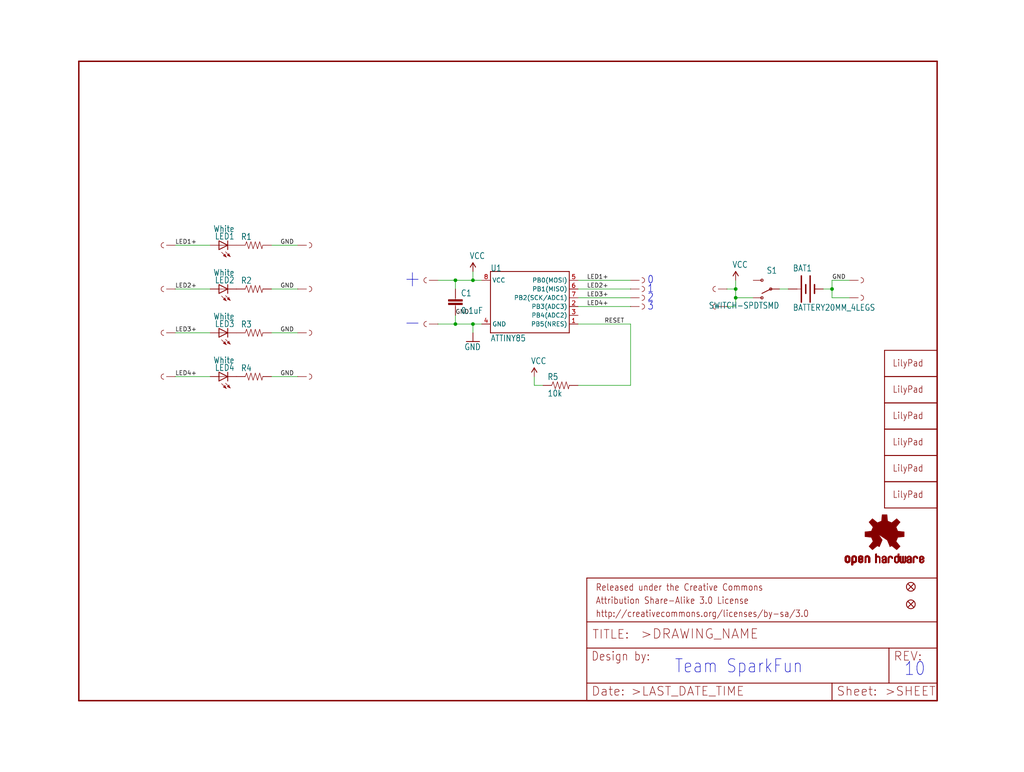
<source format=kicad_sch>
(kicad_sch (version 20211123) (generator eeschema)
  (paper "User" 297.002 223.926)
  (lib_symbols
    (symbol "eagleSchem-eagle-import:.1UF-CER"
      (property "Reference" "C" (at 1.524 2.921 0))
      (property "Value" ".1UF-CER" (at 1.524 -2.159 0))
      (symbol ".1UF-CER_1_0"
        (pin passive line (at 0 5.08 270) (length 2.54) (name "1") (number "1"))
        (pin passive line (at 0 -2.54 90) (length 2.54) (name "2") (number "2"))
      )
    )
    (symbol "eagleSchem-eagle-import:10K-1%RES-00824"
      (property "Reference" "R" (at -3.81 1.4986 0))
      (property "Value" "10K-1%RES-00824" (at -3.81 -3.302 0))
      (symbol "10K-1%RES-00824_1_0"
        (pin passive line (at -5.08 0 0) (length 2.54) (name "1") (number "1"))
        (pin passive line (at 5.08 0 180) (length 2.54) (name "2") (number "2"))
      )
    )
    (symbol "eagleSchem-eagle-import:ATTINY45TINY85-20-SMT"
      (property "Reference" "U" (at -12.7 10.16 0))
      (property "Value" "ATTINY45TINY85-20-SMT" (at -12.7 -10.16 0))
      (symbol "ATTINY45TINY85-20-SMT_1_0"
        (pin bidirectional line (at 12.7 -5.08 180) (length 2.54) (name "PB5(NRES)") (number "1"))
        (pin bidirectional line (at 12.7 0 180) (length 2.54) (name "PB3(ADC3)") (number "2"))
        (pin bidirectional line (at 12.7 -2.54 180) (length 2.54) (name "PB4(ADC2)") (number "3"))
        (pin bidirectional line (at -15.24 -5.08 0) (length 2.54) (name "GND") (number "4"))
        (pin bidirectional line (at 12.7 7.62 180) (length 2.54) (name "PB0(MOSI)") (number "5"))
        (pin bidirectional line (at 12.7 5.08 180) (length 2.54) (name "PB1(MISO)") (number "6"))
        (pin bidirectional line (at 12.7 2.54 180) (length 2.54) (name "PB2(SCK/ADC1)") (number "7"))
        (pin bidirectional line (at -15.24 7.62 0) (length 2.54) (name "VCC") (number "8"))
      )
    )
    (symbol "eagleSchem-eagle-import:BATTERY20MM_4LEGS"
      (property "Reference" "BAT" (at -3.81 5.08 0))
      (property "Value" "BATTERY20MM_4LEGS" (at -3.81 -6.35 0))
      (symbol "BATTERY20MM_4LEGS_1_0"
        (pin power_in line (at -5.08 0 0) (length 2.54) (name "+") (number "1"))
        (pin power_in line (at 5.08 0 180) (length 2.54) (name "-") (number "2"))
      )
    )
    (symbol "eagleSchem-eagle-import:FIDUCIALUFIDUCIAL")
    (symbol "eagleSchem-eagle-import:FRAME-LETTER"
      (symbol "FRAME-LETTER_2_0"
        (text ">DRAWING_NAME" (at 15.494 17.78 0) (effects (font (size 2.7432 2.7432)) (justify left bottom)))
        (text ">LAST_DATE_TIME" (at 12.7 1.27 0) (effects (font (size 2.54 2.54)) (justify left bottom)))
        (text ">SHEET" (at 86.36 1.27 0) (effects (font (size 2.54 2.54)) (justify left bottom)))
        (text "Attribution Share-Alike 3.0 License" (at 2.54 27.94 0) (effects (font (size 1.9304 1.6408)) (justify left bottom)))
        (text "Date:" (at 1.27 1.27 0) (effects (font (size 2.54 2.54)) (justify left bottom)))
        (text "Design by:" (at 1.27 11.43 0) (effects (font (size 2.54 2.159)) (justify left bottom)))
        (text "http://creativecommons.org/licenses/by-sa/3.0" (at 2.54 24.13 0) (effects (font (size 1.9304 1.6408)) (justify left bottom)))
        (text "Released under the Creative Commons" (at 2.54 31.75 0) (effects (font (size 1.9304 1.6408)) (justify left bottom)))
        (text "REV:" (at 88.9 11.43 0) (effects (font (size 2.54 2.54)) (justify left bottom)))
        (text "Sheet:" (at 72.39 1.27 0) (effects (font (size 2.54 2.54)) (justify left bottom)))
        (text "TITLE:" (at 1.524 17.78 0) (effects (font (size 2.54 2.54)) (justify left bottom)))
      )
    )
    (symbol "eagleSchem-eagle-import:GND" (power)
      (property "Value" "GND" (at -2.54 -2.54 0))
      (symbol "GND_1_0"
        (pin power_in line (at 0 2.54 270) (length 2.54) (name "GND") (number "1"))
      )
    )
    (symbol "eagleSchem-eagle-import:LED-WHITE"
      (property "Reference" "D" (at 3.556 -4.572 90))
      (property "Value" "LED-WHITE" (at 5.715 -4.572 90))
      (symbol "LED-WHITE_1_0"
        (pin passive line (at 0 2.54 270) (length 2.54) (name "A") (number "A"))
        (pin passive line (at 0 -5.08 90) (length 2.54) (name "C") (number "C"))
      )
    )
    (symbol "eagleSchem-eagle-import:LOGO-LPL"
      (symbol "LOGO-LPL_1_0"
        (text "LilyPad" (at -0.254 0.254 0) (effects (font (size 1.9304 1.6408)) (justify left bottom)))
      )
    )
    (symbol "eagleSchem-eagle-import:LOGO-LPLP"
      (symbol "LOGO-LPLP_1_0"
        (text "LilyPad" (at -0.254 0.254 0) (effects (font (size 1.9304 1.6408)) (justify left bottom)))
      )
    )
    (symbol "eagleSchem-eagle-import:OSHW-LOGOS")
    (symbol "eagleSchem-eagle-import:RESISTOR0603-RES"
      (property "Reference" "R" (at -3.81 1.4986 0))
      (property "Value" "RESISTOR0603-RES" (at -3.81 -3.302 0))
      (symbol "RESISTOR0603-RES_1_0"
        (pin passive line (at -5.08 0 0) (length 2.54) (name "1") (number "1"))
        (pin passive line (at 5.08 0 180) (length 2.54) (name "2") (number "2"))
      )
    )
    (symbol "eagleSchem-eagle-import:SEWTAP2SIDE"
      (symbol "SEWTAP2SIDE_1_0"
        (pin bidirectional line (at -2.54 0 180) (length 0) (name "1") (number "1"))
      )
    )
    (symbol "eagleSchem-eagle-import:SEWTAP4"
      (symbol "SEWTAP4_1_0"
        (pin bidirectional line (at -2.54 0 180) (length 0) (name "1") (number "1"))
      )
    )
    (symbol "eagleSchem-eagle-import:SEWTAP6"
      (symbol "SEWTAP6_1_0"
        (pin bidirectional line (at -2.54 0 180) (length 0) (name "1") (number "1"))
      )
    )
    (symbol "eagleSchem-eagle-import:SWITCH-SPDTSMD"
      (property "Reference" "S" (at -1.905 -6.35 0))
      (property "Value" "SWITCH-SPDTSMD" (at -2.54 3.81 0))
      (symbol "SWITCH-SPDTSMD_1_0"
        (pin passive line (at 5.08 2.54 180) (length 2.54) (name "O") (number "1"))
        (pin passive line (at -2.54 0 0) (length 2.54) (name "P") (number "2"))
        (pin passive line (at 5.08 -2.54 180) (length 2.54) (name "S") (number "3"))
      )
    )
    (symbol "eagleSchem-eagle-import:VCC" (power)
      (property "Value" "VCC" (at -1.016 3.556 0))
      (symbol "VCC_1_0"
        (pin power_in line (at 0 0 90) (length 2.54) (name "VCC") (number "1"))
      )
    )
  )
  (junction (at 213.36 83.82))
  (junction (at 137.16 81.28))
  (junction (at 241.3 83.82))
  (junction (at 132.08 93.98))
  (junction (at 213.36 86.36))
  (junction (at 132.08 81.28))
  (junction (at 137.16 93.98))
  (wire (pts (xy 127 81.28) (xy 132.08 81.28)))
  (wire (pts (xy 50.8 96.52) (xy 60.96 96.52)))
  (wire (pts (xy 139.7 81.28) (xy 137.16 81.28)))
  (wire (pts (xy 182.88 93.98) (xy 167.64 93.98)))
  (wire (pts (xy 167.64 83.82) (xy 182.88 83.82)))
  (wire (pts (xy 213.36 81.28) (xy 213.36 83.82)))
  (wire (pts (xy 154.94 111.76) (xy 157.48 111.76)))
  (wire (pts (xy 226.06 83.82) (xy 228.6 83.82)))
  (wire (pts (xy 132.08 81.28) (xy 137.16 81.28)))
  (wire (pts (xy 50.8 71.12) (xy 60.96 71.12)))
  (wire (pts (xy 78.74 109.22) (xy 86.36 109.22)))
  (wire (pts (xy 210.82 83.82) (xy 213.36 83.82)))
  (wire (pts (xy 241.3 81.28) (xy 241.3 83.82)))
  (wire (pts (xy 218.44 86.36) (xy 213.36 86.36)))
  (wire (pts (xy 137.16 81.28) (xy 137.16 78.74)))
  (wire (pts (xy 246.38 86.36) (xy 241.3 86.36)))
  (wire (pts (xy 167.64 86.36) (xy 182.88 86.36)))
  (wire (pts (xy 50.8 109.22) (xy 60.96 109.22)))
  (wire (pts (xy 127 93.98) (xy 132.08 93.98)))
  (wire (pts (xy 78.74 83.82) (xy 86.36 83.82)))
  (wire (pts (xy 132.08 91.44) (xy 132.08 93.98)))
  (wire (pts (xy 137.16 93.98) (xy 139.7 93.98)))
  (wire (pts (xy 182.88 111.76) (xy 182.88 93.98)))
  (wire (pts (xy 132.08 81.28) (xy 132.08 83.82)))
  (wire (pts (xy 246.38 81.28) (xy 241.3 81.28)))
  (wire (pts (xy 132.08 93.98) (xy 137.16 93.98)))
  (wire (pts (xy 78.74 96.52) (xy 86.36 96.52)))
  (wire (pts (xy 167.64 111.76) (xy 182.88 111.76)))
  (wire (pts (xy 50.8 83.82) (xy 60.96 83.82)))
  (wire (pts (xy 213.36 88.9) (xy 213.36 86.36)))
  (wire (pts (xy 241.3 86.36) (xy 241.3 83.82)))
  (wire (pts (xy 213.36 86.36) (xy 213.36 83.82)))
  (wire (pts (xy 78.74 71.12) (xy 86.36 71.12)))
  (wire (pts (xy 210.82 88.9) (xy 213.36 88.9)))
  (wire (pts (xy 167.64 88.9) (xy 182.88 88.9)))
  (wire (pts (xy 167.64 81.28) (xy 182.88 81.28)))
  (wire (pts (xy 137.16 96.52) (xy 137.16 93.98)))
  (wire (pts (xy 154.94 109.22) (xy 154.94 111.76)))
  (wire (pts (xy 241.3 83.82) (xy 238.76 83.82)))
  (text "Team SparkFun" (at 195.58 195.58 180) (effects (font (size 3.81 3.2385)) (justify left bottom)))
  (text "10" (at 262.128 196.342 180) (effects (font (size 3.81 3.2385)) (justify left bottom)))
  (text "+" (at 116.84 83.82 180) (effects (font (size 5.08 4.318)) (justify left bottom)))
  (text "0" (at 187.706 82.55 180) (effects (font (size 2.1844 1.8567)) (justify left bottom)))
  (text "-" (at 116.84 96.52 180) (effects (font (size 5.08 4.318)) (justify left bottom)))
  (text "2" (at 187.706 87.63 180) (effects (font (size 2.1844 1.8567)) (justify left bottom)))
  (text "3" (at 187.706 90.17 180) (effects (font (size 2.1844 1.8567)) (justify left bottom)))
  (text "1" (at 187.706 85.09 180) (effects (font (size 2.1844 1.8567)) (justify left bottom)))
  (label "LED2+" (at 170.18 83.82 0) (effects (font (size 1.2446 1.2446))))
  (label "LED1+" (at 50.8 71.12 0) (effects (font (size 1.2446 1.2446))))
  (label "LED1+" (at 170.18 81.28 0) (effects (font (size 1.2446 1.2446))))
  (label "LED2+" (at 50.8 83.82 0) (effects (font (size 1.2446 1.2446))))
  (label "GND" (at 81.28 71.12 0) (effects (font (size 1.2446 1.2446))))
  (label "LED3+" (at 170.18 86.36 0) (effects (font (size 1.2446 1.2446))))
  (label "GND" (at 81.28 96.52 0) (effects (font (size 1.2446 1.2446))))
  (label "GND" (at 81.28 83.82 0) (effects (font (size 1.2446 1.2446))))
  (label "LED3+" (at 50.8 96.52 0) (effects (font (size 1.2446 1.2446))))
  (label "GND" (at 132.08 91.44 0) (effects (font (size 1.2446 1.2446))))
  (label "RESET" (at 175.26 93.98 0) (effects (font (size 1.2446 1.2446))))
  (label "LED4+" (at 50.8 109.22 0) (effects (font (size 1.2446 1.2446))))
  (label "GND" (at 81.28 109.22 0) (effects (font (size 1.2446 1.2446))))
  (label "GND" (at 241.3 81.28 0) (effects (font (size 1.2446 1.2446))))
  (label "LED4+" (at 170.18 88.9 0) (effects (font (size 1.2446 1.2446))))
  (symbol (lib_id "eagleSchem-eagle-import:SEWTAP6") (at 248.92 86.36 0) (unit 1)
    (property "Reference" "B2-0" (effects hide))
    (property "Value" "SEWTAP6" (effects hide))
    (property "Footprint" "eagleSchem:PETAL-SMALL-2SIDE" (effects hide))
  )
  (symbol (lib_id "eagleSchem-eagle-import:SEWTAP4") (at 48.26 71.12 180) (unit 1)
    (property "Reference" "UNK6_LED+0" (effects hide))
    (property "Value" "SEWTAP6" (effects hide))
    (property "Footprint" "eagleSchem:PETAL-SMALL" (effects hide))
  )
  (symbol (lib_id "eagleSchem-eagle-import:VCC") (at 154.94 109.22 0) (unit 1)
    (property "Reference" "#1_P+2" (effects hide))
    (property "Value" "VCC" (at 153.924 105.664 0) (effects (font (size 1.778 1.5113)) (justify left bottom)))
    (property "Footprint" "eagleSchem:" (effects hide))
  )
  (symbol (lib_id "eagleSchem-eagle-import:FIDUCIALUFIDUCIAL") (at 264.16 175.26 0) (unit 1)
    (property "Reference" "JP1" (effects hide))
    (property "Value" "FIDUCIALUFIDUCIAL" (effects hide))
    (property "Footprint" "eagleSchem:MICRO-FIDUCIAL" (effects hide))
  )
  (symbol (lib_id "eagleSchem-eagle-import:SEWTAP6") (at 248.92 81.28 0) (unit 1)
    (property "Reference" "B1-0" (effects hide))
    (property "Value" "SEWTAP6" (effects hide))
    (property "Footprint" "eagleSchem:PETAL-SMALL-2SIDE" (effects hide))
  )
  (symbol (lib_id "eagleSchem-eagle-import:SEWTAP6") (at 208.28 83.82 180) (unit 1)
    (property "Reference" "B1+0" (effects hide))
    (property "Value" "SEWTAP6" (effects hide))
    (property "Footprint" "eagleSchem:PETAL-SMALL-2SIDE" (effects hide))
  )
  (symbol (lib_id "eagleSchem-eagle-import:SEWTAP6") (at 124.46 81.28 180) (unit 1)
    (property "Reference" "UNK1_U$5" (effects hide))
    (property "Value" "SEWTAP6" (effects hide))
    (property "Footprint" "eagleSchem:PETAL-SMALL-2SIDE" (effects hide))
  )
  (symbol (lib_id "eagleSchem-eagle-import:SEWTAP6") (at 124.46 93.98 180) (unit 1)
    (property "Reference" "UNK1_U$2" (effects hide))
    (property "Value" "SEWTAP6" (effects hide))
    (property "Footprint" "eagleSchem:PETAL-SMALL-2SIDE" (effects hide))
  )
  (symbol (lib_id "eagleSchem-eagle-import:LOGO-LPL") (at 259.08 114.3 0) (unit 1)
    (property "Reference" "LED2_LOGO0" (effects hide))
    (property "Value" "LOGO-LPL" (effects hide))
    (property "Footprint" "eagleSchem:LOGO-L" (effects hide))
  )
  (symbol (lib_id "eagleSchem-eagle-import:SEWTAP4") (at 48.26 96.52 180) (unit 1)
    (property "Reference" "UNK3_LED+0" (effects hide))
    (property "Value" "SEWTAP6" (effects hide))
    (property "Footprint" "eagleSchem:PETAL-SMALL" (effects hide))
  )
  (symbol (lib_id "eagleSchem-eagle-import:SEWTAP6") (at 185.42 83.82 0) (unit 1)
    (property "Reference" "UNK1_U$3" (effects hide))
    (property "Value" "SEWTAP6" (effects hide))
    (property "Footprint" "eagleSchem:PETAL-SMALL-2SIDE" (effects hide))
  )
  (symbol (lib_id "eagleSchem-eagle-import:FRAME-LETTER") (at 22.86 203.2 0) (unit 1)
    (property "Reference" "FRAME1" (effects hide))
    (property "Value" "FRAME-LETTER" (effects hide))
    (property "Footprint" "eagleSchem:CREATIVE_COMMONS" (effects hide))
  )
  (symbol (lib_id "eagleSchem-eagle-import:SEWTAP6") (at 185.42 81.28 0) (unit 1)
    (property "Reference" "UNK1_U$7" (effects hide))
    (property "Value" "SEWTAP6" (effects hide))
    (property "Footprint" "eagleSchem:PETAL-SMALL-2SIDE" (effects hide))
  )
  (symbol (lib_id "eagleSchem-eagle-import:LED-WHITE") (at 63.5 96.52 90) (unit 1)
    (property "Reference" "LED3" (at 68.072 92.964 90) (effects (font (size 1.778 1.5113)) (justify left bottom)))
    (property "Value" "White" (at 68.072 90.805 90) (effects (font (size 1.778 1.5113)) (justify left bottom)))
    (property "Footprint" "eagleSchem:LED-1206" (effects hide))
  )
  (symbol (lib_id "eagleSchem-eagle-import:FRAME-LETTER") (at 170.18 203.2 0) (unit 2)
    (property "Reference" "FRAME1" (effects hide))
    (property "Value" "FRAME-LETTER" (effects hide))
    (property "Footprint" "eagleSchem:CREATIVE_COMMONS" (effects hide))
  )
  (symbol (lib_id "eagleSchem-eagle-import:SWITCH-SPDTSMD") (at 223.52 83.82 180) (unit 1)
    (property "Reference" "S1" (at 225.425 77.47 0) (effects (font (size 1.778 1.5113)) (justify left bottom)))
    (property "Value" "SWITCH-SPDTSMD" (at 226.06 87.63 0) (effects (font (size 1.778 1.5113)) (justify left bottom)))
    (property "Footprint" "eagleSchem:AYZ0202" (effects hide))
  )
  (symbol (lib_id "eagleSchem-eagle-import:10K-1%RES-00824") (at 162.56 111.76 0) (unit 1)
    (property "Reference" "R5" (at 158.75 110.2614 0) (effects (font (size 1.778 1.5113)) (justify left bottom)))
    (property "Value" "10k" (at 158.75 115.062 0) (effects (font (size 1.778 1.5113)) (justify left bottom)))
    (property "Footprint" "eagleSchem:0402-RES" (effects hide))
  )
  (symbol (lib_id "eagleSchem-eagle-import:VCC") (at 213.36 81.28 0) (unit 1)
    (property "Reference" "#1_P+3" (effects hide))
    (property "Value" "VCC" (at 212.344 77.724 0) (effects (font (size 1.778 1.5113)) (justify left bottom)))
    (property "Footprint" "eagleSchem:" (effects hide))
  )
  (symbol (lib_id "eagleSchem-eagle-import:VCC") (at 137.16 78.74 0) (unit 1)
    (property "Reference" "#1_P+1" (effects hide))
    (property "Value" "VCC" (at 136.144 75.184 0) (effects (font (size 1.778 1.5113)) (justify left bottom)))
    (property "Footprint" "eagleSchem:" (effects hide))
  )
  (symbol (lib_id "eagleSchem-eagle-import:BATTERY20MM_4LEGS") (at 233.68 83.82 0) (unit 1)
    (property "Reference" "BAT1" (at 229.87 78.74 0) (effects (font (size 1.778 1.5113)) (justify left bottom)))
    (property "Value" "BATTERY20MM_4LEGS" (at 229.87 90.17 0) (effects (font (size 1.778 1.5113)) (justify left bottom)))
    (property "Footprint" "eagleSchem:BATTCON_20MM_4LEGS" (effects hide))
  )
  (symbol (lib_id "eagleSchem-eagle-import:ATTINY45TINY85-20-SMT") (at 154.94 88.9 0) (unit 1)
    (property "Reference" "U1" (at 142.24 78.74 0) (effects (font (size 1.778 1.5113)) (justify left bottom)))
    (property "Value" "ATTINY85" (at 142.24 99.06 0) (effects (font (size 1.778 1.5113)) (justify left bottom)))
    (property "Footprint" "eagleSchem:SO08-EIAJ" (effects hide))
  )
  (symbol (lib_id "eagleSchem-eagle-import:RESISTOR0603-RES") (at 73.66 71.12 0) (unit 1)
    (property "Reference" "R1" (at 69.85 69.6214 0) (effects (font (size 1.778 1.5113)) (justify left bottom)))
    (property "Value" "100" (at 69.85 74.422 0) (effects (font (size 1.778 1.5113)) (justify left bottom)))
    (property "Footprint" "eagleSchem:0603-RES" (effects hide))
    (property "Value" "100" (effects hide))
  )
  (symbol (lib_id "eagleSchem-eagle-import:LOGO-LPL") (at 259.08 121.92 0) (unit 1)
    (property "Reference" "LED4_LOGO0" (effects hide))
    (property "Value" "LOGO-LPL" (effects hide))
    (property "Footprint" "eagleSchem:LOGO-L" (effects hide))
  )
  (symbol (lib_id "eagleSchem-eagle-import:.1UF-CER") (at 132.08 88.9 0) (unit 1)
    (property "Reference" "C1" (at 133.604 85.979 0) (effects (font (size 1.778 1.5113)) (justify left bottom)))
    (property "Value" "0.1uF" (at 133.604 91.059 0) (effects (font (size 1.778 1.5113)) (justify left bottom)))
    (property "Footprint" "eagleSchem:0402-CAP" (effects hide))
  )
  (symbol (lib_id "eagleSchem-eagle-import:SEWTAP6") (at 185.42 88.9 0) (unit 1)
    (property "Reference" "UNK1_U$6" (effects hide))
    (property "Value" "SEWTAP6" (effects hide))
    (property "Footprint" "eagleSchem:PETAL-SMALL-2SIDE" (effects hide))
  )
  (symbol (lib_id "eagleSchem-eagle-import:LOGO-LPL") (at 259.08 137.16 0) (unit 1)
    (property "Reference" "TINY_LOGO0" (effects hide))
    (property "Value" "LOGO-LPL" (effects hide))
    (property "Footprint" "eagleSchem:LOGO-L" (effects hide))
  )
  (symbol (lib_id "eagleSchem-eagle-import:FIDUCIALUFIDUCIAL") (at 264.16 170.18 0) (unit 1)
    (property "Reference" "JP2" (effects hide))
    (property "Value" "FIDUCIALUFIDUCIAL" (effects hide))
    (property "Footprint" "eagleSchem:MICRO-FIDUCIAL" (effects hide))
  )
  (symbol (lib_id "eagleSchem-eagle-import:LED-WHITE") (at 63.5 83.82 90) (unit 1)
    (property "Reference" "LED2" (at 68.072 80.264 90) (effects (font (size 1.778 1.5113)) (justify left bottom)))
    (property "Value" "White" (at 68.072 78.105 90) (effects (font (size 1.778 1.5113)) (justify left bottom)))
    (property "Footprint" "eagleSchem:LED-1206" (effects hide))
  )
  (symbol (lib_id "eagleSchem-eagle-import:SEWTAP2SIDE") (at 88.9 83.82 0) (unit 1)
    (property "Reference" "UNK5_LED-0" (effects hide))
    (property "Value" "SEWTAP6" (effects hide))
    (property "Footprint" "eagleSchem:PETAL-SMALL" (effects hide))
  )
  (symbol (lib_id "eagleSchem-eagle-import:RESISTOR0603-RES") (at 73.66 96.52 0) (unit 1)
    (property "Reference" "R3" (at 69.85 95.0214 0) (effects (font (size 1.778 1.5113)) (justify left bottom)))
    (property "Value" "100" (at 69.85 99.822 0) (effects (font (size 1.778 1.5113)) (justify left bottom)))
    (property "Footprint" "eagleSchem:0603-RES" (effects hide))
    (property "Value" "100" (effects hide))
  )
  (symbol (lib_id "eagleSchem-eagle-import:RESISTOR0603-RES") (at 73.66 109.22 0) (unit 1)
    (property "Reference" "R4" (at 69.85 107.7214 0) (effects (font (size 1.778 1.5113)) (justify left bottom)))
    (property "Value" "100" (at 69.85 112.522 0) (effects (font (size 1.778 1.5113)) (justify left bottom)))
    (property "Footprint" "eagleSchem:0603-RES" (effects hide))
    (property "Value" "100" (effects hide))
  )
  (symbol (lib_id "eagleSchem-eagle-import:OSHW-LOGOS") (at 256.54 154.94 0) (unit 1)
    (property "Reference" "BATT_OHS0" (effects hide))
    (property "Value" "OSHW-LOGOS" (effects hide))
    (property "Footprint" "eagleSchem:OSHW-LOGO-S" (effects hide))
  )
  (symbol (lib_id "eagleSchem-eagle-import:LOGO-LPL") (at 259.08 106.68 0) (unit 1)
    (property "Reference" "LED1_LOGO0" (effects hide))
    (property "Value" "LOGO-LPL" (effects hide))
    (property "Footprint" "eagleSchem:LOGO-L" (effects hide))
  )
  (symbol (lib_id "eagleSchem-eagle-import:LED-WHITE") (at 63.5 109.22 90) (unit 1)
    (property "Reference" "LED4" (at 68.072 105.664 90) (effects (font (size 1.778 1.5113)) (justify left bottom)))
    (property "Value" "White" (at 68.072 103.505 90) (effects (font (size 1.778 1.5113)) (justify left bottom)))
    (property "Footprint" "eagleSchem:LED-1206" (effects hide))
  )
  (symbol (lib_id "eagleSchem-eagle-import:SEWTAP4") (at 48.26 83.82 180) (unit 1)
    (property "Reference" "UNK5_LED+0" (effects hide))
    (property "Value" "SEWTAP6" (effects hide))
    (property "Footprint" "eagleSchem:PETAL-SMALL" (effects hide))
  )
  (symbol (lib_id "eagleSchem-eagle-import:SEWTAP6") (at 208.28 88.9 180) (unit 1)
    (property "Reference" "B2+0" (effects hide))
    (property "Value" "SEWTAP6" (effects hide))
    (property "Footprint" "eagleSchem:PETAL-SMALL-2SIDE" (effects hide))
  )
  (symbol (lib_id "eagleSchem-eagle-import:LOGO-LPL") (at 259.08 129.54 0) (unit 1)
    (property "Reference" "LED3_LOGO0" (effects hide))
    (property "Value" "LOGO-LPL" (effects hide))
    (property "Footprint" "eagleSchem:LOGO-L" (effects hide))
  )
  (symbol (lib_id "eagleSchem-eagle-import:SEWTAP2SIDE") (at 88.9 96.52 0) (unit 1)
    (property "Reference" "UNK3_LED-0" (effects hide))
    (property "Value" "SEWTAP6" (effects hide))
    (property "Footprint" "eagleSchem:PETAL-SMALL" (effects hide))
  )
  (symbol (lib_id "eagleSchem-eagle-import:SEWTAP2SIDE") (at 88.9 109.22 0) (unit 1)
    (property "Reference" "UNK4_LED-0" (effects hide))
    (property "Value" "SEWTAP6" (effects hide))
    (property "Footprint" "eagleSchem:PETAL-SMALL" (effects hide))
  )
  (symbol (lib_id "eagleSchem-eagle-import:GND") (at 137.16 99.06 0) (unit 1)
    (property "Reference" "#1_GND1" (effects hide))
    (property "Value" "GND" (at 134.62 101.6 0) (effects (font (size 1.778 1.5113)) (justify left bottom)))
    (property "Footprint" "eagleSchem:" (effects hide))
  )
  (symbol (lib_id "eagleSchem-eagle-import:RESISTOR0603-RES") (at 73.66 83.82 0) (unit 1)
    (property "Reference" "R2" (at 69.85 82.3214 0) (effects (font (size 1.778 1.5113)) (justify left bottom)))
    (property "Value" "100" (at 69.85 87.122 0) (effects (font (size 1.778 1.5113)) (justify left bottom)))
    (property "Footprint" "eagleSchem:0603-RES" (effects hide))
    (property "Value" "100" (effects hide))
  )
  (symbol (lib_id "eagleSchem-eagle-import:SEWTAP4") (at 48.26 109.22 180) (unit 1)
    (property "Reference" "UNK4_LED+0" (effects hide))
    (property "Value" "SEWTAP6" (effects hide))
    (property "Footprint" "eagleSchem:PETAL-SMALL" (effects hide))
  )
  (symbol (lib_id "eagleSchem-eagle-import:SEWTAP6") (at 185.42 86.36 0) (unit 1)
    (property "Reference" "UNK1_U$4" (effects hide))
    (property "Value" "SEWTAP6" (effects hide))
    (property "Footprint" "eagleSchem:PETAL-SMALL-2SIDE" (effects hide))
  )
  (symbol (lib_id "eagleSchem-eagle-import:SEWTAP2SIDE") (at 88.9 71.12 0) (unit 1)
    (property "Reference" "UNK6_LED-0" (effects hide))
    (property "Value" "SEWTAP6" (effects hide))
    (property "Footprint" "eagleSchem:PETAL-SMALL" (effects hide))
  )
  (symbol (lib_id "eagleSchem-eagle-import:LED-WHITE") (at 63.5 71.12 90) (unit 1)
    (property "Reference" "LED1" (at 68.072 67.564 90) (effects (font (size 1.778 1.5113)) (justify left bottom)))
    (property "Value" "White" (at 68.072 65.405 90) (effects (font (size 1.778 1.5113)) (justify left bottom)))
    (property "Footprint" "eagleSchem:LED-1206" (effects hide))
  )
  (symbol (lib_id "eagleSchem-eagle-import:LOGO-LPLP") (at 259.08 144.78 0) (unit 1)
    (property "Reference" "BATT_LOGO0" (effects hide))
    (property "Value" "LOGO-LPLP" (effects hide))
    (property "Footprint" "eagleSchem:LOGO-LILYPAD" (effects hide))
  )
)
</source>
